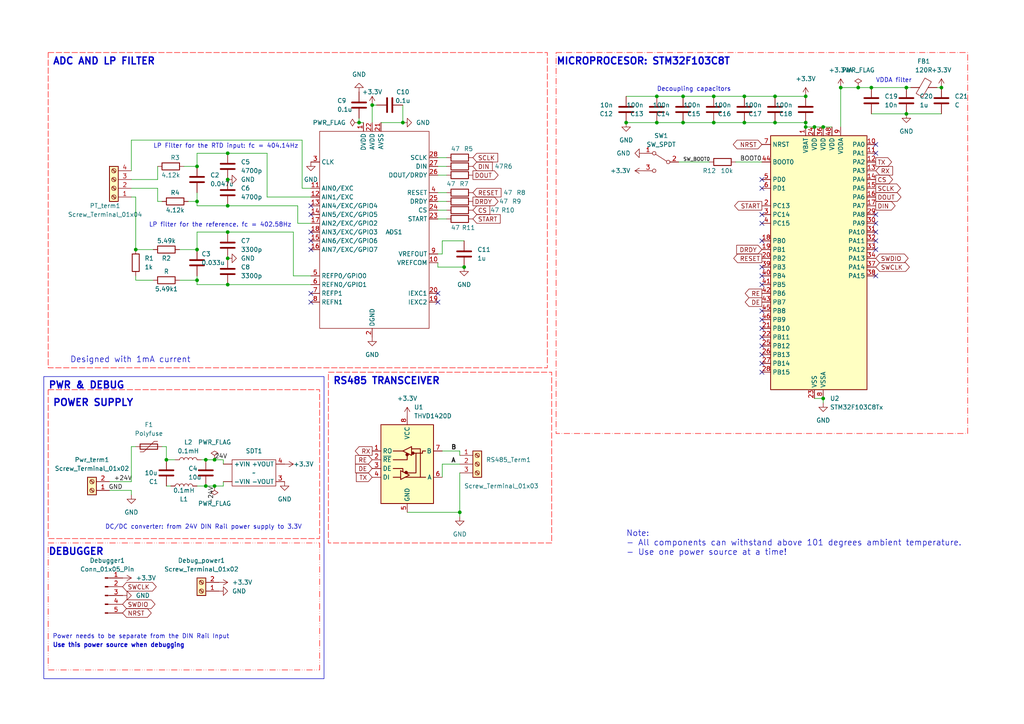
<source format=kicad_sch>
(kicad_sch (version 20230121) (generator eeschema)
  (paper "A4")
  (title_block (title "Resistance Temperature Detector") (date "2025-10-29") (rev "0.1") (company "BarbzBytes"))
  (lib_symbols
    (symbol "ADC_SIGMA_DELTA_TI_ADS:ADS1248"
      (property "Reference" "ADS1248" (at 5.08 -12.7 0))
      (property "Value" "ADS1248" (at 7.62 -16.51 0))
      (symbol "ADS1248_0_1"
        (rectangle (start -11.43 25.4) (end 20.32 -31.75))
      )
      (symbol "ADS1248_1_1"
        (pin power_in line (at 1.27 27.94 270) (length 2.54) (name "DVDD") (number "1"))
        (pin power_out line (at 22.86 -12.7 180) (length 2.54) (name "VREFCOM") (number "10"))
        (pin input line (at -13.97 8.89 0) (length 2.54) (name "AIN0/EXC") (number "11"))
        (pin input line (at -13.97 6.35 0) (length 2.54) (name "AIN1/EXC") (number "12"))
        (pin bidirectional line (at -13.97 3.81 0) (length 2.54) (name "AIN4/EXC/GPIO4") (number "13"))
        (pin bidirectional line (at -13.97 1.27 0) (length 2.54) (name "AIN5/EXC/GPIO5") (number "14"))
        (pin bidirectional line (at -13.97 -6.35 0) (length 2.54) (name "AIN6/EXC/GPIO6") (number "15"))
        (pin bidirectional line (at -13.97 -8.89 0) (length 2.54) (name "AIN7/EXC/GPIO7") (number "16"))
        (pin bidirectional line (at -13.97 -1.27 0) (length 2.54) (name "AIN2/EXC/GPIO2") (number "17"))
        (pin bidirectional line (at -13.97 -3.81 0) (length 2.54) (name "AIN3/EXC/GPIO3") (number "18"))
        (pin output line (at 22.86 -24.13 180) (length 2.54) (name "IEXC2") (number "19"))
        (pin power_in line (at 3.81 -34.29 90) (length 2.54) (name "DGND") (number "2"))
        (pin output line (at 22.86 -21.59 180) (length 2.54) (name "IEXC1") (number "20"))
        (pin power_in line (at 6.35 27.94 270) (length 2.54) (name "AVSS") (number "21"))
        (pin power_in line (at 3.81 27.94 270) (length 2.54) (name "AVDD") (number "22"))
        (pin input line (at 22.86 0 180) (length 2.54) (name "START") (number "23"))
        (pin input line (at 22.86 2.54 180) (length 2.54) (name "CS") (number "24"))
        (pin input line (at 22.86 5.08 180) (length 2.54) (name "DRDY") (number "25"))
        (pin input line (at 22.86 12.7 180) (length 2.54) (name "DOUT/DRDY") (number "26"))
        (pin input line (at 22.86 15.24 180) (length 2.54) (name "DIN") (number "27"))
        (pin input line (at 22.86 17.78 180) (length 2.54) (name "SCLK") (number "28"))
        (pin input line (at -13.97 16.51 0) (length 2.54) (name "CLK") (number "3"))
        (pin input line (at 22.86 7.62 180) (length 2.54) (name "RESET") (number "4"))
        (pin bidirectional line (at -13.97 -16.51 0) (length 2.54) (name "REFP0/GPIO0") (number "5"))
        (pin bidirectional line (at -13.97 -19.05 0) (length 2.54) (name "REFN0/GPIO1") (number "6"))
        (pin input line (at -13.97 -21.59 0) (length 2.54) (name "REFP1") (number "7"))
        (pin input line (at -13.97 -24.13 0) (length 2.54) (name "REFN1") (number "8"))
        (pin output line (at 22.86 -10.16 180) (length 2.54) (name "VREFOUT") (number "9"))
      )
    )
    (symbol "Connector:Conn_01x05_Pin" (pin_names (offset 1.016) hide)
      (property "Reference" "J" (at 0 7.62 0))
      (property "Value" "Conn_01x05_Pin" (at 0 -7.62 0))
      (symbol "Conn_01x05_Pin_1_1"
        (polyline (pts (xy 1.27 -5.08) (xy 0.8636 -5.08)) (stroke (width 0.1524)))
        (polyline (pts (xy 1.27 -2.54) (xy 0.8636 -2.54)) (stroke (width 0.1524)))
        (polyline (pts (xy 1.27 0) (xy 0.8636 0)) (stroke (width 0.1524)))
        (polyline (pts (xy 1.27 2.54) (xy 0.8636 2.54)) (stroke (width 0.1524)))
        (polyline (pts (xy 1.27 5.08) (xy 0.8636 5.08)) (stroke (width 0.1524)))
        (rectangle (start 0.8636 -4.953) (end 0 -5.207) (stroke (width 0.1524)) (fill (type outline)))
        (rectangle (start 0.8636 -2.413) (end 0 -2.667) (stroke (width 0.1524)) (fill (type outline)))
        (rectangle (start 0.8636 0.127) (end 0 -0.127) (stroke (width 0.1524)) (fill (type outline)))
        (rectangle (start 0.8636 2.667) (end 0 2.413) (stroke (width 0.1524)) (fill (type outline)))
        (rectangle (start 0.8636 5.207) (end 0 4.953) (stroke (width 0.1524)) (fill (type outline)))
        (pin passive line (at 5.08 5.08 180) (length 3.81) (name "Pin_1") (number "1"))
        (pin passive line (at 5.08 2.54 180) (length 3.81) (name "Pin_2") (number "2"))
        (pin passive line (at 5.08 0 180) (length 3.81) (name "Pin_3") (number "3"))
        (pin passive line (at 5.08 -2.54 180) (length 3.81) (name "Pin_4") (number "4"))
        (pin passive line (at 5.08 -5.08 180) (length 3.81) (name "Pin_5") (number "5"))
      )
    )
    (symbol "Connector:Screw_Terminal_01x02" (pin_names (offset 1.016) hide)
      (property "Reference" "J" (at 0 2.54 0))
      (property "Value" "Screw_Terminal_01x02" (at 0 -5.08 0))
      (symbol "Screw_Terminal_01x02_1_1"
        (rectangle (start -1.27 1.27) (end 1.27 -3.81) (stroke (width 0.254)) (fill (type background)))
        (circle (center 0 -2.54) (radius 0.635) (stroke (width 0.1524)))
        (polyline (pts (xy -0.5334 -2.2098) (xy 0.3302 -3.048)) (stroke (width 0.1524)))
        (polyline (pts (xy -0.5334 0.3302) (xy 0.3302 -0.508)) (stroke (width 0.1524)))
        (polyline (pts (xy -0.3556 -2.032) (xy 0.508 -2.8702)) (stroke (width 0.1524)))
        (polyline (pts (xy -0.3556 0.508) (xy 0.508 -0.3302)) (stroke (width 0.1524)))
        (circle (center 0 0) (radius 0.635) (stroke (width 0.1524)))
        (pin passive line (at -5.08 0 0) (length 3.81) (name "Pin_1") (number "1"))
        (pin passive line (at -5.08 -2.54 0) (length 3.81) (name "Pin_2") (number "2"))
      )
    )
    (symbol "Connector:Screw_Terminal_01x03" (pin_names (offset 1.016) hide)
      (property "Reference" "J" (at 0 5.08 0))
      (property "Value" "Screw_Terminal_01x03" (at 0 -5.08 0))
      (symbol "Screw_Terminal_01x03_1_1"
        (rectangle (start -1.27 3.81) (end 1.27 -3.81) (stroke (width 0.254)) (fill (type background)))
        (circle (center 0 -2.54) (radius 0.635) (stroke (width 0.1524)))
        (polyline (pts (xy -0.5334 -2.2098) (xy 0.3302 -3.048)) (stroke (width 0.1524)))
        (polyline (pts (xy -0.5334 0.3302) (xy 0.3302 -0.508)) (stroke (width 0.1524)))
        (polyline (pts (xy -0.5334 2.8702) (xy 0.3302 2.032)) (stroke (width 0.1524)))
        (polyline (pts (xy -0.3556 -2.032) (xy 0.508 -2.8702)) (stroke (width 0.1524)))
        (polyline (pts (xy -0.3556 0.508) (xy 0.508 -0.3302)) (stroke (width 0.1524)))
        (polyline (pts (xy -0.3556 3.048) (xy 0.508 2.2098)) (stroke (width 0.1524)))
        (circle (center 0 0) (radius 0.635) (stroke (width 0.1524)))
        (circle (center 0 2.54) (radius 0.635) (stroke (width 0.1524)))
        (pin passive line (at -5.08 2.54 0) (length 3.81) (name "Pin_1") (number "1"))
        (pin passive line (at -5.08 0 0) (length 3.81) (name "Pin_2") (number "2"))
        (pin passive line (at -5.08 -2.54 0) (length 3.81) (name "Pin_3") (number "3"))
      )
    )
    (symbol "Connector:Screw_Terminal_01x04" (pin_names (offset 1.016) hide)
      (property "Reference" "J" (at 0 5.08 0))
      (property "Value" "Screw_Terminal_01x04" (at 0 -7.62 0))
      (symbol "Screw_Terminal_01x04_1_1"
        (rectangle (start -1.27 3.81) (end 1.27 -6.35) (stroke (width 0.254)) (fill (type background)))
        (circle (center 0 -5.08) (radius 0.635) (stroke (width 0.1524)))
        (circle (center 0 -2.54) (radius 0.635) (stroke (width 0.1524)))
        (polyline (pts (xy -0.5334 -4.7498) (xy 0.3302 -5.588)) (stroke (width 0.1524)))
        (polyline (pts (xy -0.5334 -2.2098) (xy 0.3302 -3.048)) (stroke (width 0.1524)))
        (polyline (pts (xy -0.5334 0.3302) (xy 0.3302 -0.508)) (stroke (width 0.1524)))
        (polyline (pts (xy -0.5334 2.8702) (xy 0.3302 2.032)) (stroke (width 0.1524)))
        (polyline (pts (xy -0.3556 -4.572) (xy 0.508 -5.4102)) (stroke (width 0.1524)))
        (polyline (pts (xy -0.3556 -2.032) (xy 0.508 -2.8702)) (stroke (width 0.1524)))
        (polyline (pts (xy -0.3556 0.508) (xy 0.508 -0.3302)) (stroke (width 0.1524)))
        (polyline (pts (xy -0.3556 3.048) (xy 0.508 2.2098)) (stroke (width 0.1524)))
        (circle (center 0 0) (radius 0.635) (stroke (width 0.1524)))
        (circle (center 0 2.54) (radius 0.635) (stroke (width 0.1524)))
        (pin passive line (at -5.08 2.54 0) (length 3.81) (name "Pin_1") (number "1"))
        (pin passive line (at -5.08 0 0) (length 3.81) (name "Pin_2") (number "2"))
        (pin passive line (at -5.08 -2.54 0) (length 3.81) (name "Pin_3") (number "3"))
        (pin passive line (at -5.08 -5.08 0) (length 3.81) (name "Pin_4") (number "4"))
      )
    )
    (symbol "DC_DC_CONVERTER_XP_POWER_SDT:SDT01F24D3V3"
      (property "Reference" "SDT" (at 0 0 0))
      (symbol "SDT01F24D3V3_0_1"
        (rectangle (start -6.35 3.81) (end 6.35 -3.81))
      )
      (symbol "SDT01F24D3V3_1_1"
        (pin power_in line (at -8.89 2.54 0) (length 2.54) (name "+VIN") (number ""))
        (pin power_in line (at -8.89 -2.54 0) (length 2.54) (name "-VIN") (number ""))
        (pin power_out line (at 8.89 -2.54 180) (length 2.54) (name "-VOUT") (number "3"))
        (pin power_out line (at 8.89 2.54 180) (length 2.54) (name "+VOUT") (number "4"))
      )
    )
    (symbol "Device:C" (pin_numbers hide) (pin_names (offset 0.254))
      (property "Reference" "C" (at 0.635 2.54 0))
      (property "Value" "C" (at 0.635 -2.54 0))
      (symbol "C_0_1"
        (polyline (pts (xy -2.032 -0.762) (xy 2.032 -0.762)) (stroke (width 0.508)))
        (polyline (pts (xy -2.032 0.762) (xy 2.032 0.762)) (stroke (width 0.508)))
      )
      (symbol "C_1_1"
        (pin passive line (at 0 3.81 270) (length 2.794) (name "~") (number "1"))
        (pin passive line (at 0 -3.81 90) (length 2.794) (name "~") (number "2"))
      )
    )
    (symbol "Device:FerriteBead" (pin_numbers hide) (pin_names (offset 0))
      (property "Reference" "FB" (at -3.81 0.635 90))
      (property "Value" "FerriteBead" (at 3.81 0 90))
      (symbol "FerriteBead_0_1"
        (polyline (pts (xy 0 -1.27) (xy 0 -1.2192)))
        (polyline (pts (xy 0 1.27) (xy 0 1.2954)))
        (polyline (pts (xy -2.7686 0.4064) (xy -1.7018 2.2606) (xy 2.7686 -0.3048) (xy 1.6764 -2.159) (xy -2.7686 0.4064)))
      )
      (symbol "FerriteBead_1_1"
        (pin passive line (at 0 3.81 270) (length 2.54) (name "~") (number "1"))
        (pin passive line (at 0 -3.81 90) (length 2.54) (name "~") (number "2"))
      )
    )
    (symbol "Device:L" (pin_numbers hide) (pin_names (offset 1.016) hide)
      (property "Reference" "L" (at -1.27 0 90))
      (property "Value" "L" (at 1.905 0 90))
      (symbol "L_0_1"
        (arc (start 0 -2.54) (mid 0.6323 -1.905) (end 0 -1.27))
        (arc (start 0 -1.27) (mid 0.6323 -0.635) (end 0 0))
        (arc (start 0 0) (mid 0.6323 0.635) (end 0 1.27))
        (arc (start 0 1.27) (mid 0.6323 1.905) (end 0 2.54))
      )
      (symbol "L_1_1"
        (pin passive line (at 0 3.81 270) (length 1.27) (name "1") (number "1"))
        (pin passive line (at 0 -3.81 90) (length 1.27) (name "2") (number "2"))
      )
    )
    (symbol "Device:Polyfuse" (pin_numbers hide) (pin_names (offset 0))
      (property "Reference" "F" (at -2.54 0 90))
      (property "Value" "Polyfuse" (at 2.54 0 90))
      (symbol "Polyfuse_0_1"
        (rectangle (start -0.762 2.54) (end 0.762 -2.54) (stroke (width 0.254)))
        (polyline (pts (xy 0 2.54) (xy 0 -2.54)))
        (polyline (pts (xy -1.524 2.54) (xy -1.524 1.524) (xy 1.524 -1.524) (xy 1.524 -2.54)))
      )
      (symbol "Polyfuse_1_1"
        (pin passive line (at 0 3.81 270) (length 1.27) (name "~") (number "1"))
        (pin passive line (at 0 -3.81 90) (length 1.27) (name "~") (number "2"))
      )
    )
    (symbol "Device:R" (pin_numbers hide) (pin_names (offset 0))
      (property "Reference" "R" (at 2.032 0 90))
      (property "Value" "R" (at 0 0 90))
      (symbol "R_0_1"
        (rectangle (start -1.016 -2.54) (end 1.016 2.54) (stroke (width 0.254)))
      )
      (symbol "R_1_1"
        (pin passive line (at 0 3.81 270) (length 1.27) (name "~") (number "1"))
        (pin passive line (at 0 -3.81 90) (length 1.27) (name "~") (number "2"))
      )
    )
    (symbol "Interface_UART:THVD1420D"
      (property "Reference" "U" (at -6.096 11.43 0))
      (property "Value" "THVD1420D" (at 0.762 11.43 0))
      (symbol "THVD1420D_0_1"
        (rectangle (start -7.62 10.16) (end 7.62 -12.7) (stroke (width 0.254)) (fill (type background)))
        (circle (center -0.3048 -3.683) (radius 0.3556) (stroke (width 0.254)) (fill (type outline)))
        (circle (center -0.0254 1.4986) (radius 0.3556) (stroke (width 0.254)) (fill (type outline)))
        (polyline (pts (xy -4.064 -5.08) (xy -1.905 -5.08)) (stroke (width 0.254)))
        (polyline (pts (xy -4.064 2.54) (xy -1.27 2.54)) (stroke (width 0.254)))
        (polyline (pts (xy -1.27 -3.2004) (xy -1.27 -3.4544)) (stroke (width 0.254)))
        (polyline (pts (xy -0.635 -5.08) (xy 5.334 -5.08)) (stroke (width 0.254)))
        (polyline (pts (xy -4.064 -2.54) (xy -1.27 -2.54) (xy -1.27 -3.175)) (stroke (width 0.254)))
        (polyline (pts (xy 0 1.27) (xy 0 0) (xy -4.064 0)) (stroke (width 0.254)))
        (polyline (pts (xy 1.27 3.175) (xy 3.81 3.175) (xy 3.81 -5.08)) (stroke (width 0.254)))
        (polyline (pts (xy 2.54 1.905) (xy 2.54 -3.81) (xy 0 -3.81)) (stroke (width 0.254)))
        (polyline (pts (xy -1.905 -3.175) (xy -1.905 -5.715) (xy 0.635 -4.445) (xy -1.905 -3.175)) (stroke (width 0.254)))
        (polyline (pts (xy -1.27 2.54) (xy 1.27 3.81) (xy 1.27 1.27) (xy -1.27 2.54)) (stroke (width 0.254)))
        (polyline (pts (xy 1.905 1.905) (xy 4.445 1.905) (xy 4.445 2.54) (xy 5.334 2.54)) (stroke (width 0.254)))
        (rectangle (start 1.27 3.175) (end 1.27 3.175))
        (circle (center 1.651 1.905) (radius 0.3556) (stroke (width 0.254)) (fill (type outline)))
      )
      (symbol "THVD1420D_1_1"
        (pin output line (at -10.16 2.54 0) (length 2.54) (name "RO") (number "1"))
        (pin input line (at -10.16 0 0) (length 2.54) (name "~{RE}") (number "2"))
        (pin input line (at -10.16 -2.54 0) (length 2.54) (name "DE") (number "3"))
        (pin input line (at -10.16 -5.08 0) (length 2.54) (name "DI") (number "4"))
        (pin power_in line (at 0 -15.24 90) (length 2.54) (name "GND") (number "5"))
        (pin bidirectional line (at 10.16 -5.08 180) (length 2.54) (name "A") (number "6"))
        (pin bidirectional line (at 10.16 2.54 180) (length 2.54) (name "B") (number "7"))
        (pin power_in line (at 0 12.7 270) (length 2.54) (name "VCC") (number "8"))
      )
    )
    (symbol "MCU_ST_STM32F1:STM32F103C8Tx"
      (property "Reference" "U" (at -12.7 39.37 0))
      (property "Value" "STM32F103C8Tx" (at 10.16 39.37 0))
      (symbol "STM32F103C8Tx_0_1"
        (rectangle (start -12.7 -35.56) (end 15.24 38.1) (stroke (width 0.254)) (fill (type background)))
      )
      (symbol "STM32F103C8Tx_1_1"
        (pin power_in line (at -2.54 40.64 270) (length 2.54) (name "VBAT") (number "1"))
        (pin bidirectional line (at 17.78 35.56 180) (length 2.54) (name "PA0") (number "10"))
        (pin bidirectional line (at 17.78 33.02 180) (length 2.54) (name "PA1") (number "11"))
        (pin bidirectional line (at 17.78 30.48 180) (length 2.54) (name "PA2") (number "12"))
        (pin bidirectional line (at 17.78 27.94 180) (length 2.54) (name "PA3") (number "13"))
        (pin bidirectional line (at 17.78 25.4 180) (length 2.54) (name "PA4") (number "14"))
        (pin bidirectional line (at 17.78 22.86 180) (length 2.54) (name "PA5") (number "15"))
        (pin bidirectional line (at 17.78 20.32 180) (length 2.54) (name "PA6") (number "16"))
        (pin bidirectional line (at 17.78 17.78 180) (length 2.54) (name "PA7") (number "17"))
        (pin bidirectional line (at -15.24 7.62 0) (length 2.54) (name "PB0") (number "18"))
        (pin bidirectional line (at -15.24 5.08 0) (length 2.54) (name "PB1") (number "19"))
        (pin bidirectional line (at -15.24 17.78 0) (length 2.54) (name "PC13") (number "2"))
        (pin bidirectional line (at -15.24 2.54 0) (length 2.54) (name "PB2") (number "20"))
        (pin bidirectional line (at -15.24 -17.78 0) (length 2.54) (name "PB10") (number "21"))
        (pin bidirectional line (at -15.24 -20.32 0) (length 2.54) (name "PB11") (number "22"))
        (pin power_in line (at 0 -38.1 90) (length 2.54) (name "VSS") (number "23"))
        (pin power_in line (at 0 40.64 270) (length 2.54) (name "VDD") (number "24"))
        (pin bidirectional line (at -15.24 -22.86 0) (length 2.54) (name "PB12") (number "25"))
        (pin bidirectional line (at -15.24 -25.4 0) (length 2.54) (name "PB13") (number "26"))
        (pin bidirectional line (at -15.24 -27.94 0) (length 2.54) (name "PB14") (number "27"))
        (pin bidirectional line (at -15.24 -30.48 0) (length 2.54) (name "PB15") (number "28"))
        (pin bidirectional line (at 17.78 15.24 180) (length 2.54) (name "PA8") (number "29"))
        (pin bidirectional line (at -15.24 15.24 0) (length 2.54) (name "PC14") (number "3"))
        (pin bidirectional line (at 17.78 12.7 180) (length 2.54) (name "PA9") (number "30"))
        (pin bidirectional line (at 17.78 10.16 180) (length 2.54) (name "PA10") (number "31"))
        (pin bidirectional line (at 17.78 7.62 180) (length 2.54) (name "PA11") (number "32"))
        (pin bidirectional line (at 17.78 5.08 180) (length 2.54) (name "PA12") (number "33"))
        (pin bidirectional line (at 17.78 2.54 180) (length 2.54) (name "PA13") (number "34"))
        (pin passive line (at 0 -38.1 90) (length 2.54) hide (name "VSS") (number "35"))
        (pin power_in line (at 2.54 40.64 270) (length 2.54) (name "VDD") (number "36"))
        (pin bidirectional line (at 17.78 0 180) (length 2.54) (name "PA14") (number "37"))
        (pin bidirectional line (at 17.78 -2.54 180) (length 2.54) (name "PA15") (number "38"))
        (pin bidirectional line (at -15.24 0 0) (length 2.54) (name "PB3") (number "39"))
        (pin bidirectional line (at -15.24 12.7 0) (length 2.54) (name "PC15") (number "4"))
        (pin bidirectional line (at -15.24 -2.54 0) (length 2.54) (name "PB4") (number "40"))
        (pin bidirectional line (at -15.24 -5.08 0) (length 2.54) (name "PB5") (number "41"))
        (pin bidirectional line (at -15.24 -7.62 0) (length 2.54) (name "PB6") (number "42"))
        (pin bidirectional line (at -15.24 -10.16 0) (length 2.54) (name "PB7") (number "43"))
        (pin input line (at -15.24 30.48 0) (length 2.54) (name "BOOT0") (number "44"))
        (pin bidirectional line (at -15.24 -12.7 0) (length 2.54) (name "PB8") (number "45"))
        (pin bidirectional line (at -15.24 -15.24 0) (length 2.54) (name "PB9") (number "46"))
        (pin passive line (at 0 -38.1 90) (length 2.54) hide (name "VSS") (number "47"))
        (pin power_in line (at 5.08 40.64 270) (length 2.54) (name "VDD") (number "48"))
        (pin bidirectional line (at -15.24 25.4 0) (length 2.54) (name "PD0") (number "5"))
        (pin bidirectional line (at -15.24 22.86 0) (length 2.54) (name "PD1") (number "6"))
        (pin input line (at -15.24 35.56 0) (length 2.54) (name "NRST") (number "7"))
        (pin power_in line (at 2.54 -38.1 90) (length 2.54) (name "VSSA") (number "8"))
        (pin power_in line (at 7.62 40.64 270) (length 2.54) (name "VDDA") (number "9"))
      )
    )
    (symbol "Switch:SW_SPDT" (pin_names (offset 0) hide)
      (property "Reference" "SW" (at 0 4.318 0))
      (property "Value" "SW_SPDT" (at 0 -5.08 0))
      (symbol "SW_SPDT_0_0"
        (circle (center -2.032 0) (radius 0.508))
        (circle (center 2.032 -2.54) (radius 0.508))
      )
      (symbol "SW_SPDT_0_1"
        (polyline (pts (xy -1.524 0.254) (xy 1.651 2.286)))
        (circle (center 2.032 2.54) (radius 0.508))
      )
      (symbol "SW_SPDT_1_1"
        (pin passive line (at 5.08 2.54 180) (length 2.54) (name "A") (number "1"))
        (pin passive line (at -5.08 0 0) (length 2.54) (name "B") (number "2"))
        (pin passive line (at 5.08 -2.54 180) (length 2.54) (name "C") (number "3"))
      )
    )
    (symbol "power:+3.3V" (power) (pin_names (offset 0))
      (property "Value" "+3.3V" (at 0 3.556 0))
      (symbol "+3.3V_0_1"
        (polyline (pts (xy -0.762 1.27) (xy 0 2.54)))
        (polyline (pts (xy 0 0) (xy 0 2.54)))
        (polyline (pts (xy 0 2.54) (xy 0.762 1.27)))
      )
      (symbol "+3.3V_1_1"
        (pin power_in line (at 0 0 90) (length 0) hide (name "+3.3V") (number "1"))
      )
    )
    (symbol "power:+3.3VA" (power) (pin_names (offset 0))
      (property "Value" "+3.3VA" (at 0 3.556 0))
      (symbol "+3.3VA_0_1"
        (polyline (pts (xy -0.762 1.27) (xy 0 2.54)))
        (polyline (pts (xy 0 0) (xy 0 2.54)))
        (polyline (pts (xy 0 2.54) (xy 0.762 1.27)))
      )
      (symbol "+3.3VA_1_1"
        (pin power_in line (at 0 0 90) (length 0) hide (name "+3.3VA") (number "1"))
      )
    )
    (symbol "power:GND" (power) (pin_names (offset 0))
      (property "Value" "GND" (at 0 -3.81 0))
      (symbol "GND_0_1"
        (polyline (pts (xy 0 0) (xy 0 -1.27) (xy 1.27 -1.27) (xy 0 -2.54) (xy -1.27 -1.27) (xy 0 -1.27)))
      )
      (symbol "GND_1_1"
        (pin power_in line (at 0 0 270) (length 0) hide (name "GND") (number "1"))
      )
    )
    (symbol "power:PWR_FLAG" (power) (pin_numbers hide) (pin_names (offset 0) hide)
      (property "Value" "PWR_FLAG" (at 0 3.81 0))
      (symbol "PWR_FLAG_0_0"
        (pin power_out line (at 0 0 90) (length 0) (name "pwr") (number "1"))
      )
      (symbol "PWR_FLAG_0_1"
        (polyline (pts (xy 0 0) (xy 0 1.27) (xy -1.016 1.905) (xy 0 2.54) (xy 1.016 1.905) (xy 0 1.27)))
      )
    )
  )
  (junction (at 233.68 36.83))
  (junction (at 66.04 67.31))
  (junction (at 190.5 27.94))
  (junction (at 39.37 72.39))
  (junction (at 248.92 25.4))
  (junction (at 224.79 27.94))
  (junction (at 66.04 52.07))
  (junction (at 107.95 30.48))
  (junction (at 66.04 74.93))
  (junction (at 233.68 35.56))
  (junction (at 207.01 27.94))
  (junction (at 262.89 33.02))
  (junction (at 66.04 59.69))
  (junction (at 66.04 82.55))
  (junction (at 59.69 140.97))
  (junction (at 62.23 140.97))
  (junction (at 224.79 35.56))
  (junction (at 116.84 35.56))
  (junction (at 48.26 133.35))
  (junction (at 66.04 44.45))
  (junction (at 181.61 35.56))
  (junction (at 133.35 148.59))
  (junction (at 262.89 25.4))
  (junction (at 207.01 35.56))
  (junction (at 57.15 48.26))
  (junction (at 190.5 35.56))
  (junction (at 215.9 27.94))
  (junction (at 59.69 133.35))
  (junction (at 273.05 25.4))
  (junction (at 134.62 77.47))
  (junction (at 62.23 133.35))
  (junction (at 198.12 35.56))
  (junction (at 236.22 36.83))
  (junction (at 238.76 115.57))
  (junction (at 57.15 72.39))
  (junction (at 57.15 58.42))
  (junction (at 238.76 36.83))
  (junction (at 104.14 35.56))
  (junction (at 233.68 27.94))
  (junction (at 57.15 81.28))
  (junction (at 243.84 25.4))
  (junction (at 252.73 25.4))
  (junction (at 198.12 27.94))
  (junction (at 215.9 35.56))
  (no_connect (at 254 72.39))
  (no_connect (at 220.98 69.85))
  (no_connect (at 254 80.01))
  (no_connect (at 254 69.85))
  (no_connect (at 90.17 87.63))
  (no_connect (at 220.98 97.79))
  (no_connect (at 220.98 62.23))
  (no_connect (at 220.98 102.87))
  (no_connect (at 90.17 69.85))
  (no_connect (at 220.98 107.95))
  (no_connect (at 220.98 100.33))
  (no_connect (at 220.98 92.71))
  (no_connect (at 90.17 85.09))
  (no_connect (at 220.98 80.01))
  (no_connect (at 220.98 77.47))
  (no_connect (at 90.17 59.69))
  (no_connect (at 254 44.45))
  (no_connect (at 254 62.23))
  (no_connect (at 90.17 67.31))
  (no_connect (at 254 64.77))
  (no_connect (at 220.98 90.17))
  (no_connect (at 254 41.91))
  (no_connect (at 220.98 95.25))
  (no_connect (at 220.98 105.41))
  (no_connect (at 90.17 72.39))
  (no_connect (at 254 67.31))
  (no_connect (at 220.98 54.61))
  (no_connect (at 220.98 52.07))
  (no_connect (at 127 87.63))
  (no_connect (at 220.98 64.77))
  (no_connect (at 220.98 82.55))
  (no_connect (at 90.17 62.23))
  (no_connect (at 127 85.09))
  (wire (pts (xy 190.5 35.56) (xy 181.61 35.56)))
  (wire (pts (xy 57.15 140.97) (xy 59.69 140.97)))
  (wire (pts (xy 66.04 44.45) (xy 77.47 44.45)))
  (wire (pts (xy 39.37 81.28) (xy 44.45 81.28)))
  (wire (pts (xy 87.63 54.61) (xy 90.17 54.61)))
  (wire (pts (xy 57.15 67.31) (xy 57.15 72.39)))
  (wire (pts (xy 238.76 116.84) (xy 238.76 115.57)))
  (wire (pts (xy 39.37 57.15) (xy 38.1 57.15)))
  (wire (pts (xy 57.15 81.28) (xy 57.15 80.01)))
  (wire (pts (xy 90.17 80.01) (xy 85.09 80.01)))
  (wire (pts (xy 207.01 35.56) (xy 198.12 35.56)))
  (wire (pts (xy 238.76 36.83) (xy 241.3 36.83)))
  (wire (pts (xy 57.15 44.45) (xy 66.04 44.45)))
  (wire (pts (xy 62.23 133.35) (xy 59.69 133.35)))
  (wire (pts (xy 57.15 58.42) (xy 57.15 59.69)))
  (wire (pts (xy 107.95 30.48) (xy 109.22 30.48)))
  (wire (pts (xy 128.27 130.81) (xy 133.35 130.81)))
  (wire (pts (xy 85.09 80.01) (xy 85.09 67.31)))
  (wire (pts (xy 127 58.42) (xy 129.54 58.42)))
  (wire (pts (xy 87.63 40.64) (xy 87.63 54.61)))
  (wire (pts (xy 64.77 133.35) (xy 62.23 133.35)))
  (wire (pts (xy 52.07 72.39) (xy 57.15 72.39)))
  (wire (pts (xy 52.07 81.28) (xy 57.15 81.28)))
  (wire (pts (xy 64.77 139.7) (xy 64.77 140.97)))
  (wire (pts (xy 127 45.72) (xy 129.54 45.72)))
  (wire (pts (xy 233.68 35.56) (xy 224.79 35.56)))
  (wire (pts (xy 224.79 27.94) (xy 215.9 27.94)))
  (wire (pts (xy 252.73 25.4) (xy 262.89 25.4)))
  (wire (pts (xy 39.37 57.15) (xy 39.37 72.39)))
  (wire (pts (xy 31.75 139.7) (xy 38.1 139.7)))
  (wire (pts (xy 64.77 134.62) (xy 64.77 133.35)))
  (wire (pts (xy 236.22 36.83) (xy 238.76 36.83)))
  (wire (pts (xy 45.72 54.61) (xy 38.1 54.61)))
  (wire (pts (xy 38.1 52.07) (xy 45.72 52.07)))
  (wire (pts (xy 104.14 35.56) (xy 104.14 34.29)))
  (wire (pts (xy 116.84 35.56) (xy 110.49 35.56)))
  (wire (pts (xy 77.47 57.15) (xy 77.47 44.45)))
  (wire (pts (xy 133.35 137.16) (xy 133.35 148.59)))
  (wire (pts (xy 58.42 133.35) (xy 59.69 133.35)))
  (wire (pts (xy 118.11 148.59) (xy 133.35 148.59)))
  (wire (pts (xy 215.9 27.94) (xy 207.01 27.94)))
  (wire (pts (xy 198.12 27.94) (xy 190.5 27.94)))
  (wire (pts (xy 127 77.47) (xy 134.62 77.47)))
  (wire (pts (xy 198.12 35.56) (xy 190.5 35.56)))
  (wire (pts (xy 127 55.88) (xy 129.54 55.88)))
  (wire (pts (xy 86.36 59.69) (xy 66.04 59.69)))
  (wire (pts (xy 54.61 58.42) (xy 57.15 58.42)))
  (wire (pts (xy 215.9 35.56) (xy 207.01 35.56)))
  (wire (pts (xy 66.04 59.69) (xy 57.15 59.69)))
  (wire (pts (xy 116.84 30.48) (xy 116.84 35.56)))
  (wire (pts (xy 236.22 115.57) (xy 238.76 115.57)))
  (wire (pts (xy 62.23 140.97) (xy 59.69 140.97)))
  (wire (pts (xy 224.79 35.56) (xy 215.9 35.56)))
  (wire (pts (xy 38.1 129.54) (xy 39.37 129.54)))
  (wire (pts (xy 262.89 25.4) (xy 264.16 25.4)))
  (wire (pts (xy 48.26 140.97) (xy 49.53 140.97)))
  (wire (pts (xy 127 63.5) (xy 129.54 63.5)))
  (wire (pts (xy 85.09 67.31) (xy 66.04 67.31)))
  (wire (pts (xy 243.84 25.4) (xy 248.92 25.4)))
  (wire (pts (xy 46.99 129.54) (xy 48.26 129.54)))
  (wire (pts (xy 127 60.96) (xy 129.54 60.96)))
  (wire (pts (xy 133.35 149.86) (xy 133.35 148.59)))
  (wire (pts (xy 128.27 134.62) (xy 133.35 134.62)))
  (wire (pts (xy 45.72 52.07) (xy 45.72 48.26)))
  (wire (pts (xy 90.17 57.15) (xy 77.47 57.15)))
  (wire (pts (xy 39.37 80.01) (xy 39.37 81.28)))
  (wire (pts (xy 127 48.26) (xy 129.54 48.26)))
  (wire (pts (xy 45.72 58.42) (xy 45.72 54.61)))
  (wire (pts (xy 207.01 27.94) (xy 198.12 27.94)))
  (wire (pts (xy 48.26 133.35) (xy 50.8 133.35)))
  (wire (pts (xy 45.72 58.42) (xy 46.99 58.42)))
  (wire (pts (xy 66.04 82.55) (xy 90.17 82.55)))
  (wire (pts (xy 48.26 129.54) (xy 48.26 133.35)))
  (wire (pts (xy 196.85 46.99) (xy 205.74 46.99)))
  (wire (pts (xy 90.17 64.77) (xy 86.36 64.77)))
  (wire (pts (xy 66.04 82.55) (xy 57.15 82.55)))
  (wire (pts (xy 64.77 140.97) (xy 62.23 140.97)))
  (wire (pts (xy 127 50.8) (xy 129.54 50.8)))
  (wire (pts (xy 262.89 33.02) (xy 273.05 33.02)))
  (wire (pts (xy 38.1 142.24) (xy 38.1 143.51)))
  (wire (pts (xy 66.04 67.31) (xy 57.15 67.31)))
  (wire (pts (xy 57.15 44.45) (xy 57.15 48.26)))
  (wire (pts (xy 53.34 48.26) (xy 57.15 48.26)))
  (wire (pts (xy 128.27 138.43) (xy 128.27 134.62)))
  (wire (pts (xy 38.1 49.53) (xy 38.1 40.64)))
  (wire (pts (xy 133.35 130.81) (xy 133.35 132.08)))
  (wire (pts (xy 57.15 55.88) (xy 57.15 58.42)))
  (wire (pts (xy 128.27 69.85) (xy 134.62 69.85)))
  (wire (pts (xy 233.68 35.56) (xy 233.68 36.83)))
  (wire (pts (xy 31.75 142.24) (xy 38.1 142.24)))
  (wire (pts (xy 107.95 35.56) (xy 107.95 30.48)))
  (wire (pts (xy 127 76.2) (xy 127 77.47)))
  (wire (pts (xy 105.41 35.56) (xy 104.14 35.56)))
  (wire (pts (xy 190.5 27.94) (xy 181.61 27.94)))
  (wire (pts (xy 127 73.66) (xy 128.27 73.66)))
  (wire (pts (xy 252.73 33.02) (xy 262.89 33.02)))
  (wire (pts (xy 233.68 36.83) (xy 236.22 36.83)))
  (wire (pts (xy 38.1 129.54) (xy 38.1 139.7)))
  (wire (pts (xy 57.15 82.55) (xy 57.15 81.28)))
  (wire (pts (xy 248.92 25.4) (xy 252.73 25.4)))
  (wire (pts (xy 271.78 25.4) (xy 273.05 25.4)))
  (wire (pts (xy 39.37 72.39) (xy 44.45 72.39)))
  (wire (pts (xy 128.27 73.66) (xy 128.27 69.85)))
  (wire (pts (xy 213.36 46.99) (xy 220.98 46.99)))
  (wire (pts (xy 86.36 64.77) (xy 86.36 59.69)))
  (wire (pts (xy 243.84 36.83) (xy 243.84 25.4)))
  (wire (pts (xy 38.1 40.64) (xy 87.63 40.64)))
  (wire (pts (xy 233.68 27.94) (xy 224.79 27.94)))
  (rectangle (start 13.97 15.24) (end 158.75 106.68) (stroke (width 0) (type dash) (color 255 0 0 1)))
  (rectangle (start 12.7 109.22) (end 93.98 196.85))
  (rectangle (start 13.97 113.03) (end 92.71 156.21) (stroke (width 0) (type dash) (color 255 0 0 1)))
  (rectangle (start 95.25 107.95) (end 160.02 157.48) (stroke (width 0) (type dash) (color 255 0 0 1)))
  (rectangle (start 161.29 15.24) (end 280.67 125.73) (stroke (width 0) (type dash_dot) (color 255 0 0 1)))
  (rectangle (start 13.97 157.48) (end 92.71 194.31) (stroke (width 0) (type dash_dot_dot) (color 255 0 0 1)))
  (text "DC/DC converter: from 24V DIN Rail power supply to 3.3V" (at 30.48 153.67 0) (effects (font (size 1.27 1.27)) (justify left bottom)))
  (text "Decoupling capacitors" (at 190.5 26.67 0) (effects (font (size 1.27 1.27)) (justify left bottom)))
  (text "Designed with 1mA current" (at 20.32 105.41 0) (effects (font (size 1.7 1.7)) (justify left bottom)))
  (text "Use this power source when debugging" (at 15.24 187.96 0) (effects (font (size 1.27 1.27) bold) (justify left bottom)))
  (text "RS485 TRANSCEIVER" (at 96.52 111.76 0) (effects (font (size 2 2) (thickness 0.4) bold) (justify left bottom)))
  (text "LP filter for the reference. fc = 402.58Hz" (at 43.18 66.04 0) (effects (font (size 1.27 1.27)) (justify left bottom)))
  (text "Note:\n- All components can withstand above 101 degrees ambient temperature.\n- Use one power source at a time!\n" (at 181.61 161.29 0) (effects (font (size 1.7 1.7)) (justify left bottom)))
  (text "PWR & DEBUG" (at 13.97 113.03 0) (effects (font (size 2 2) (thickness 0.4) bold) (justify left bottom)))
  (text "MICROPROCESOR: STM32F103C8T" (at 161.29 19.05 0) (effects (font (size 2 2) (thickness 0.4) bold) (justify left bottom)))
  (text "POWER SUPPLY" (at 15.24 118.11 0) (effects (font (size 2 2) (thickness 0.4) bold) (justify left bottom)))
  (text "LP Filter for the RTD input: fc = 404.14Hz" (at 44.45 43.18 0) (effects (font (size 1.27 1.27)) (justify left bottom)))
  (text "DEBUGGER" (at 13.97 161.29 0) (effects (font (size 2 2) (thickness 0.4) bold) (justify left bottom)))
  (text "VDDA filter" (at 254 24.13 0) (effects (font (size 1.27 1.27)) (justify left bottom)))
  (text "Power needs to be separate from the DIN Rail Input" (at 15.24 185.42 0) (effects (font (size 1.27 1.27)) (justify left bottom)))
  (text "ADC AND LP FILTER" (at 15.24 19.05 0) (effects (font (size 2 2) (thickness 0.4) bold) (justify left bottom)))
  (label "A" (at 130.81 134.62 0) (effects (font bold)))
  (label "-24V" (at 62.23 140.97 270))
  (label "B" (at 130.81 130.81 0) (effects (font bold)))
  (label "SW_BOOT0" (at 198.12 46.99 0) (effects (font (size 1 1))))
  (label "BOOT0" (at 214.63 46.99 0))
  (label "GND" (at 35.56 142.24 180))
  (label "24V" (at 62.23 133.35 0))
  (label "+24V" (at 33.02 139.7 0))
  (global_label "RESET" (shape output) (at 220.98 74.93 180) (property "Intersheetrefs" "${INTERSHEET_REFS}" (effects hide)))
  (global_label "RX" (shape output) (at 107.95 130.81 180) (property "Intersheetrefs" "${INTERSHEET_REFS}" (effects hide)))
  (global_label "RESET" (shape input) (at 137.16 55.88 0) (property "Intersheetrefs" "${INTERSHEET_REFS}" (effects hide)))
  (global_label "DOUT" (shape output) (at 137.16 50.8 0) (property "Intersheetrefs" "${INTERSHEET_REFS}" (effects hide)))
  (global_label "CS" (shape output) (at 254 52.07 0) (property "Intersheetrefs" "${INTERSHEET_REFS}" (effects hide)))
  (global_label "START" (shape input) (at 137.16 63.5 0) (property "Intersheetrefs" "${INTERSHEET_REFS}" (effects hide)))
  (global_label "SCLK" (shape output) (at 254 54.61 0) (property "Intersheetrefs" "${INTERSHEET_REFS}" (effects hide)))
  (global_label "NRST" (shape bidirectional) (at 35.56 177.8 0) (property "Intersheetrefs" "${INTERSHEET_REFS}" (effects hide)))
  (global_label "TX" (shape input) (at 107.95 138.43 180) (property "Intersheetrefs" "${INTERSHEET_REFS}" (effects hide)))
  (global_label "START" (shape output) (at 220.98 59.69 180) (property "Intersheetrefs" "${INTERSHEET_REFS}" (effects hide)))
  (global_label "DE" (shape output) (at 220.98 87.63 180) (property "Intersheetrefs" "${INTERSHEET_REFS}" (effects hide)))
  (global_label "RE" (shape input) (at 107.95 133.35 180) (property "Intersheetrefs" "${INTERSHEET_REFS}" (effects hide)))
  (global_label "DIN" (shape output) (at 254 59.69 0) (property "Intersheetrefs" "${INTERSHEET_REFS}" (effects hide)))
  (global_label "SWDIO" (shape bidirectional) (at 35.56 175.26 0) (property "Intersheetrefs" "${INTERSHEET_REFS}" (effects hide)))
  (global_label "DOUT" (shape output) (at 254 57.15 0) (property "Intersheetrefs" "${INTERSHEET_REFS}" (effects hide)))
  (global_label "DE" (shape input) (at 107.95 135.89 180) (property "Intersheetrefs" "${INTERSHEET_REFS}" (effects hide)))
  (global_label "SCLK" (shape input) (at 137.16 45.72 0) (property "Intersheetrefs" "${INTERSHEET_REFS}" (effects hide)))
  (global_label "SWCLK" (shape bidirectional) (at 35.56 170.18 0) (property "Intersheetrefs" "${INTERSHEET_REFS}" (effects hide)))
  (global_label "DIN" (shape input) (at 137.16 48.26 0) (property "Intersheetrefs" "${INTERSHEET_REFS}" (effects hide)))
  (global_label "TX" (shape output) (at 254 46.99 0) (property "Intersheetrefs" "${INTERSHEET_REFS}" (effects hide)))
  (global_label "CS" (shape input) (at 137.16 60.96 0) (property "Intersheetrefs" "${INTERSHEET_REFS}" (effects hide)))
  (global_label "RE" (shape output) (at 220.98 85.09 180) (property "Intersheetrefs" "${INTERSHEET_REFS}" (effects hide)))
  (global_label "SWCLK" (shape bidirectional) (at 254 77.47 0) (property "Intersheetrefs" "${INTERSHEET_REFS}" (effects hide)))
  (global_label "DRDY" (shape input) (at 220.98 72.39 180) (property "Intersheetrefs" "${INTERSHEET_REFS}" (effects hide)))
  (global_label "NRST" (shape bidirectional) (at 220.98 41.91 180) (property "Intersheetrefs" "${INTERSHEET_REFS}" (effects hide)))
  (global_label "RX" (shape input) (at 254 49.53 0) (property "Intersheetrefs" "${INTERSHEET_REFS}" (effects hide)))
  (global_label "DRDY" (shape output) (at 137.16 58.42 0) (property "Intersheetrefs" "${INTERSHEET_REFS}" (effects hide)))
  (global_label "SWDIO" (shape bidirectional) (at 254 74.93 0) (property "Intersheetrefs" "${INTERSHEET_REFS}" (effects hide)))
  (symbol (lib_id "power:+3.3V") (at 118.11 120.65 0) (unit 1)
    (property "Reference" "#PWR014" (effects hide))
    (property "Value" "+3.3V" (at 118.11 115.57 0))
  )
  (symbol (lib_id "Device:R") (at 48.26 72.39 90) (unit 1)
    (property "Reference" "R2" (at 48.26 74.93 90))
    (property "Value" "5.49k" (at 48.26 69.85 90))
  )
  (symbol (lib_id "power:+3.3V") (at 233.68 27.94 0) (unit 1)
    (property "Reference" "#PWR021" (effects hide))
    (property "Value" "+3.3V" (at 233.68 22.86 0))
  )
  (symbol (lib_id "Switch:SW_SPDT") (at 191.77 46.99 0) (mirror y) (unit 1)
    (property "Reference" "SW1" (at 191.77 39.37 0))
    (property "Value" "SW_SPDT" (at 191.77 41.91 0))
  )
  (symbol (lib_id "power:GND") (at 90.17 46.99 0) (unit 1)
    (property "Reference" "#PWR010" (effects hide))
    (property "Value" "GND" (at 90.17 52.07 0))
  )
  (symbol (lib_id "Device:R") (at 50.8 58.42 90) (unit 1)
    (property "Reference" "R4" (at 50.8 55.88 90))
    (property "Value" "4.12k" (at 50.8 60.96 90))
  )
  (symbol (lib_id "Device:C") (at 59.69 137.16 0) (unit 1)
    (property "Reference" "C4" (at 54.61 135.89 0) (effects (justify left)))
    (property "Value" "10u" (at 54.61 138.43 0) (effects (justify left)))
  )
  (symbol (lib_id "Device:C") (at 48.26 137.16 0) (unit 1)
    (property "Reference" "C1" (at 43.18 139.7 0) (effects (justify left)))
    (property "Value" "10u" (at 41.91 137.16 0) (effects (justify left)))
  )
  (symbol (lib_id "Device:R") (at 133.35 50.8 90) (unit 1)
    (property "Reference" "R7" (at 134.62 53.34 90))
    (property "Value" "47" (at 130.81 53.34 90))
  )
  (symbol (lib_id "Device:Polyfuse") (at 43.18 129.54 90) (unit 1)
    (property "Reference" "F1" (at 43.18 123.19 90))
    (property "Value" "Polyfuse" (at 43.18 125.73 90))
  )
  (symbol (lib_id "Device:C") (at 215.9 31.75 180) (unit 1)
    (property "Reference" "C16" (at 212.09 33.02 0) (effects (justify left)))
    (property "Value" "100n" (at 212.09 30.48 0) (effects (justify left)))
  )
  (symbol (lib_id "power:GND") (at 262.89 33.02 0) (unit 1)
    (property "Reference" "#PWR024" (effects hide))
    (property "Value" "GND" (at 262.89 38.1 0))
  )
  (symbol (lib_id "power:GND") (at 104.14 26.67 180) (unit 1)
    (property "Reference" "#PWR011" (effects hide))
    (property "Value" "GND" (at 104.14 21.59 0))
  )
  (symbol (lib_id "Device:C") (at 57.15 52.07 0) (unit 1)
    (property "Reference" "C2" (at 60.96 50.8 0) (effects (justify left)))
    (property "Value" "0.047u" (at 60.96 53.34 0) (effects (justify left)))
  )
  (symbol (lib_id "Device:C") (at 181.61 31.75 180) (unit 1)
    (property "Reference" "C12" (at 177.8 33.02 0) (effects (justify left)))
    (property "Value" "10n" (at 177.8 30.48 0) (effects (justify left)))
  )
  (symbol (lib_id "Device:C") (at 66.04 48.26 0) (unit 1)
    (property "Reference" "C5" (at 69.85 46.99 0) (effects (justify left)))
    (property "Value" "4700p" (at 69.85 49.53 0) (effects (justify left)))
  )
  (symbol (lib_id "Device:R") (at 133.35 60.96 90) (unit 1)
    (property "Reference" "R10" (at 147.32 60.96 90))
    (property "Value" "47" (at 143.51 60.96 90))
  )
  (symbol (lib_id "Device:C") (at 66.04 78.74 0) (unit 1)
    (property "Reference" "C8" (at 69.85 77.47 0) (effects (justify left)))
    (property "Value" "3300p" (at 69.85 80.01 0) (effects (justify left)))
  )
  (symbol (lib_id "Device:R") (at 133.35 58.42 90) (unit 1)
    (property "Reference" "R9" (at 149.86 58.42 90))
    (property "Value" "47" (at 146.05 58.42 90))
  )
  (symbol (lib_id "Device:C") (at 113.03 30.48 90) (unit 1)
    (property "Reference" "C10" (at 116.84 26.67 90))
    (property "Value" "0.1u" (at 116.84 29.21 90))
  )
  (symbol (lib_id "power:+3.3V") (at 107.95 30.48 0) (unit 1)
    (property "Reference" "#PWR012" (effects hide))
    (property "Value" "+3.3V" (at 107.95 26.67 0))
  )
  (symbol (lib_id "power:PWR_FLAG") (at 62.23 140.97 180) (unit 1)
    (property "Reference" "#FLG02" (effects hide))
    (property "Value" "PWR_FLAG" (at 62.23 146.05 0))
  )
  (symbol (lib_id "Connector:Conn_01x05_Pin") (at 30.48 172.72 0) (unit 1)
    (property "Reference" "Debugger1" (at 31.115 162.56 0))
    (property "Value" "Conn_01x05_Pin" (at 31.115 165.1 0))
  )
  (symbol (lib_id "Device:R") (at 133.35 63.5 90) (unit 1)
    (property "Reference" "R11" (at 135.89 66.04 90))
    (property "Value" "47" (at 132.08 66.04 90))
  )
  (symbol (lib_id "power:GND") (at 181.61 35.56 0) (unit 1)
    (property "Reference" "#PWR018" (effects hide))
    (property "Value" "GND" (at 181.61 40.64 0))
  )
  (symbol (lib_id "power:+3.3VA") (at 243.84 25.4 0) (unit 1)
    (property "Reference" "#PWR023" (effects hide))
    (property "Value" "+3.3VA" (at 243.84 20.32 0))
  )
  (symbol (lib_id "power:GND") (at 133.35 149.86 0) (unit 1)
    (property "Reference" "#PWR016" (effects hide))
    (property "Value" "GND" (at 133.35 154.94 0))
  )
  (symbol (lib_id "power:+3.3V") (at 82.55 134.62 270) (unit 1)
    (property "Reference" "#PWR08" (effects hide))
    (property "Value" "+3.3V" (at 85.09 134.62 90) (effects (justify left)))
  )
  (symbol (lib_id "power:GND") (at 134.62 77.47 0) (unit 1)
    (property "Reference" "#PWR017" (effects hide))
    (property "Value" "GND" (at 134.62 82.55 0))
  )
  (symbol (lib_id "Connector:Screw_Terminal_01x03") (at 138.43 134.62 0) (unit 1)
    (property "Reference" "RS485_Term1" (at 140.97 133.35 0) (effects (justify left)))
    (property "Value" "Screw_Terminal_01x03" (at 134.62 140.97 0) (effects (justify left)))
  )
  (symbol (lib_id "Device:R") (at 209.55 46.99 270) (unit 1)
    (property "Reference" "R12" (at 205.74 49.53 90))
    (property "Value" "10k" (at 210.82 49.53 90))
  )
  (symbol (lib_id "ADC_SIGMA_DELTA_TI_ADS:ADS1248") (at 104.14 63.5 0) (unit 1)
    (property "Reference" "ADS1" (at 111.76 67.31 0) (effects (justify left)))
    (property "Value" "~" (at 113.03 67.31 0))
    (property "Datasheet" "https://www.ti.com/lit/ds/symlink/ads1248.pdf" (effects hide))
  )
  (symbol (lib_id "Device:C") (at 233.68 31.75 180) (unit 1)
    (property "Reference" "C18" (at 229.87 33.02 0) (effects (justify left)))
    (property "Value" "100n" (at 229.87 30.48 0) (effects (justify left)))
  )
  (symbol (lib_id "DC_DC_CONVERTER_XP_POWER_SDT:SDT01F24D3V3") (at 73.66 137.16 0) (unit 1)
    (property "Reference" "SDT1" (at 73.66 130.81 0))
    (property "Value" "~" (at 73.66 137.16 0))
    (property "Datasheet" "https://www.mouser.com/catalog/specsheets/XPPOWER_05_13_2025_SDT%20Series.pdf?_gl=1*1iycwht*_gcl_dc*R0NMLjE3NjA2MTM0MTguQ01hYWt0REtxSkFERlhHUV9RY2RZbUVMMHc.*_gcl_au*MjU2NjA5OC4xNzU4NTQ5NDg3LjE4MTc1NjExODcuMTc2MTcyNzg0MC4xNzYxNzI4OTQ1*_ga*MTkwMDM0NTE4LjE3NTg1NDk0ODY.*_ga_15W4STQT4T*czE3NjE3NDcwMjgkbzI5JGcxJHQxNzYxNzQ3MDQxJGo0NyRsMCRoMA.." (effects hide))
  )
  (symbol (lib_id "Device:R") (at 133.35 45.72 90) (unit 1)
    (property "Reference" "R5" (at 135.89 43.18 90))
    (property "Value" "47" (at 132.08 43.18 90))
  )
  (symbol (lib_id "Device:FerriteBead") (at 267.97 25.4 90) (unit 1)
    (property "Reference" "FB1" (at 267.9192 17.78 90))
    (property "Value" "120R" (at 267.9192 20.32 90))
  )
  (symbol (lib_id "power:GND") (at 38.1 143.51 0) (unit 1)
    (property "Reference" "#PWR03" (effects hide))
    (property "Value" "GND" (at 38.1 148.59 0))
  )
  (symbol (lib_id "power:GND") (at 35.56 172.72 90) (unit 1)
    (property "Reference" "#PWR02" (effects hide))
    (property "Value" "GND" (at 39.37 172.72 90) (effects (justify right)))
  )
  (symbol (lib_id "Device:C") (at 198.12 31.75 180) (unit 1)
    (property "Reference" "C14" (at 194.31 33.02 0) (effects (justify left)))
    (property "Value" "100n" (at 194.31 30.48 0) (effects (justify left)))
  )
  (symbol (lib_id "Device:C") (at 262.89 29.21 0) (unit 1)
    (property "Reference" "C20" (at 266.7 27.94 0) (effects (justify left)))
    (property "Value" "1u" (at 266.7 30.48 0) (effects (justify left)))
  )
  (symbol (lib_id "MCU_ST_STM32F1:STM32F103C8Tx") (at 236.22 77.47 0) (unit 1)
    (property "Reference" "U2" (at 240.7159 115.57 0) (effects (justify left)))
    (property "Value" "STM32F103C8Tx" (at 240.7159 118.11 0) (effects (justify left)))
    (property "Footprint" "Package_QFP:LQFP-48_7x7mm_P0.5mm" (effects hide))
    (property "Datasheet" "https://www.st.com/resource/en/datasheet/stm32f103c8.pdf" (effects hide))
  )
  (symbol (lib_id "power:GND") (at 238.76 116.84 0) (unit 1)
    (property "Reference" "#PWR022" (effects hide))
    (property "Value" "GND" (at 238.76 121.92 0))
  )
  (symbol (lib_id "power:PWR_FLAG") (at 104.14 35.56 90) (unit 1)
    (property "Reference" "#FLG03" (effects hide))
    (property "Value" "PWR_FLAG" (at 100.33 35.56 90) (effects (justify left)))
  )
  (symbol (lib_id "power:+3.3V") (at 63.5 168.91 270) (unit 1)
    (property "Reference" "#PWR04" (effects hide))
    (property "Value" "+3.3V" (at 67.31 168.91 90) (effects (justify left)))
  )
  (symbol (lib_id "Device:C") (at 224.79 31.75 180) (unit 1)
    (property "Reference" "C17" (at 220.98 33.02 0) (effects (justify left)))
    (property "Value" "100n" (at 220.98 30.48 0) (effects (justify left)))
  )
  (symbol (lib_id "Device:R") (at 39.37 76.2 180) (unit 1)
    (property "Reference" "R1" (at 41.91 74.93 0) (effects (justify right)))
    (property "Value" "1k" (at 41.91 77.47 0) (effects (justify right)))
  )
  (symbol (lib_id "Interface_UART:THVD1420D") (at 118.11 133.35 0) (unit 1)
    (property "Reference" "U1" (at 120.0659 118.11 0) (effects (justify left)))
    (property "Value" "THVD1420D" (at 120.0659 120.65 0) (effects (justify left)))
    (property "Footprint" "Package_SO:SOIC-8_3.9x4.9mm_P1.27mm" (effects hide))
    (property "Datasheet" "https://www.ti.com/lit/ds/symlink/thvd1420.pdf" (effects hide))
  )
  (symbol (lib_id "power:GND") (at 107.95 97.79 0) (unit 1)
    (property "Reference" "#PWR013" (effects hide))
    (property "Value" "GND" (at 107.95 102.87 0))
  )
  (symbol (lib_id "Device:C") (at 134.62 73.66 0) (unit 1)
    (property "Reference" "C11" (at 138.43 72.39 0) (effects (justify left)))
    (property "Value" "1u" (at 138.43 74.93 0) (effects (justify left)))
  )
  (symbol (lib_id "Device:R") (at 49.53 48.26 90) (unit 1)
    (property "Reference" "R3" (at 50.8 45.72 90))
    (property "Value" "4.12k" (at 49.53 50.8 90))
  )
  (symbol (lib_id "power:GND") (at 186.69 44.45 270) (unit 1)
    (property "Reference" "#PWR019" (effects hide))
    (property "Value" "GND" (at 182.88 44.45 90) (effects (justify right)))
  )
  (symbol (lib_id "power:+3.3V") (at 35.56 167.64 270) (unit 1)
    (property "Reference" "#PWR01" (effects hide))
    (property "Value" "+3.3V" (at 39.37 167.64 90) (effects (justify left)))
  )
  (symbol (lib_id "power:GND") (at 63.5 171.45 90) (unit 1)
    (property "Reference" "#PWR05" (effects hide))
    (property "Value" "GND" (at 67.31 171.45 90) (effects (justify right)))
  )
  (symbol (lib_id "power:GND") (at 116.84 35.56 90) (unit 1)
    (property "Reference" "#PWR015" (effects hide))
    (property "Value" "GND" (at 120.65 35.56 90) (effects (justify right)))
  )
  (symbol (lib_id "Device:R") (at 48.26 81.28 90) (unit 1)
    (property "Reference" "5.49k1" (at 48.26 83.82 90))
    (property "Value" "R" (at 48.26 78.74 90))
  )
  (symbol (lib_id "power:PWR_FLAG") (at 248.92 25.4 0) (unit 1)
    (property "Reference" "#FLG04" (effects hide))
    (property "Value" "PWR_FLAG" (at 248.92 20.32 0))
  )
  (symbol (lib_id "power:GND") (at 66.04 52.07 90) (unit 1)
    (property "Reference" "#PWR06" (effects hide))
    (property "Value" "GND" (at 69.85 52.07 90) (effects (justify right)))
  )
  (symbol (lib_id "Device:C") (at 252.73 29.21 0) (unit 1)
    (property "Reference" "C19" (at 256.54 27.94 0) (effects (justify left)))
    (property "Value" "10n" (at 256.54 30.48 0) (effects (justify left)))
  )
  (symbol (lib_id "Device:R") (at 133.35 55.88 90) (unit 1)
    (property "Reference" "R8" (at 151.13 55.88 90))
    (property "Value" "47" (at 147.32 55.88 90))
  )
  (symbol (lib_id "Device:C") (at 66.04 71.12 0) (unit 1)
    (property "Reference" "C7" (at 69.85 69.85 0) (effects (justify left)))
    (property "Value" "3300p" (at 69.85 72.39 0) (effects (justify left)))
  )
  (symbol (lib_id "Device:R") (at 133.35 48.26 90) (unit 1)
    (property "Reference" "R6" (at 147.32 48.26 90))
    (property "Value" "47" (at 144.78 48.26 90))
  )
  (symbol (lib_id "Device:C") (at 273.05 29.21 0) (unit 1)
    (property "Reference" "C21" (at 276.86 27.94 0) (effects (justify left)))
    (property "Value" "C" (at 276.86 30.48 0) (effects (justify left)))
  )
  (symbol (lib_id "Device:C") (at 104.14 30.48 0) (unit 1)
    (property "Reference" "C9" (at 97.79 29.21 0) (effects (justify left)))
    (property "Value" "0.1u" (at 97.79 31.75 0) (effects (justify left)))
  )
  (symbol (lib_id "Connector:Screw_Terminal_01x02") (at 26.67 142.24 180) (unit 1)
    (property "Reference" "Pwr_term1" (at 26.67 133.35 0))
    (property "Value" "Screw_Terminal_01x02" (at 26.67 135.89 0))
  )
  (symbol (lib_id "Device:C") (at 207.01 31.75 180) (unit 1)
    (property "Reference" "C15" (at 203.2 33.02 0) (effects (justify left)))
    (property "Value" "100n" (at 203.2 30.48 0) (effects (justify left)))
  )
  (symbol (lib_id "Connector:Screw_Terminal_01x04") (at 33.02 54.61 180) (unit 1)
    (property "Reference" "PT_term1" (at 30.48 59.69 0))
    (property "Value" "Screw_Terminal_01x04" (at 30.48 62.23 0))
  )
  (symbol (lib_id "Device:C") (at 190.5 31.75 180) (unit 1)
    (property "Reference" "C13" (at 186.69 33.02 0) (effects (justify left)))
    (property "Value" "100n" (at 186.69 30.48 0) (effects (justify left)))
  )
  (symbol (lib_id "Device:C") (at 66.04 55.88 0) (unit 1)
    (property "Reference" "C6" (at 69.85 54.61 0) (effects (justify left)))
    (property "Value" "4700p" (at 69.85 57.15 0) (effects (justify left)))
  )
  (symbol (lib_id "Device:L") (at 53.34 140.97 90) (unit 1)
    (property "Reference" "L1" (at 53.34 144.78 90))
    (property "Value" "0.1mH" (at 53.34 142.24 90))
  )
  (symbol (lib_id "Device:L") (at 54.61 133.35 90) (unit 1)
    (property "Reference" "L2" (at 54.61 128.27 90))
    (property "Value" "0.1mH" (at 54.61 130.81 90))
  )
  (symbol (lib_id "power:GND") (at 66.04 74.93 90) (unit 1)
    (property "Reference" "#PWR07" (effects hide))
    (property "Value" "GND" (at 69.85 74.93 90) (effects (justify right)))
  )
  (symbol (lib_id "power:+3.3V") (at 186.69 49.53 90) (unit 1)
    (property "Reference" "#PWR020" (effects hide))
    (property "Value" "+3.3V" (at 182.88 49.53 90) (effects (justify left)))
  )
  (symbol (lib_id "power:+3.3V") (at 273.05 25.4 0) (unit 1)
    (property "Reference" "#PWR025" (effects hide))
    (property "Value" "+3.3V" (at 273.05 20.32 0))
  )
  (symbol (lib_id "power:GND") (at 82.55 139.7 0) (unit 1)
    (property "Reference" "#PWR09" (effects hide))
    (property "Value" "GND" (at 82.55 144.78 0))
  )
  (symbol (lib_id "Connector:Screw_Terminal_01x02") (at 58.42 171.45 180) (unit 1)
    (property "Reference" "Debug_power1" (at 58.42 162.56 0))
    (property "Value" "Screw_Terminal_01x02" (at 58.42 165.1 0))
  )
  (symbol (lib_id "power:PWR_FLAG") (at 62.23 133.35 0) (unit 1)
    (property "Reference" "#FLG01" (effects hide))
    (property "Value" "PWR_FLAG" (at 62.23 128.27 0))
  )
  (symbol (lib_id "Device:C") (at 57.15 76.2 0) (unit 1)
    (property "Reference" "C3" (at 58.42 73.66 0) (effects (justify left)))
    (property "Value" "0.033u" (at 58.42 76.2 0) (effects (justify left)))
  )
)
</source>
